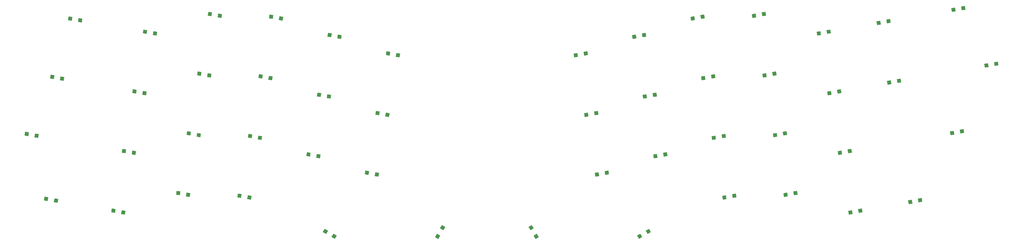
<source format=gbp>
G04 #@! TF.GenerationSoftware,KiCad,Pcbnew,(5.1.4-0-10_14)*
G04 #@! TF.CreationDate,2022-04-14T23:27:19-04:00*
G04 #@! TF.ProjectId,keyboard,6b657962-6f61-4726-942e-6b696361645f,rev?*
G04 #@! TF.SameCoordinates,Original*
G04 #@! TF.FileFunction,Paste,Bot*
G04 #@! TF.FilePolarity,Positive*
%FSLAX46Y46*%
G04 Gerber Fmt 4.6, Leading zero omitted, Abs format (unit mm)*
G04 Created by KiCad (PCBNEW (5.1.4-0-10_14)) date 2022-04-14 23:27:19*
%MOMM*%
%LPD*%
G04 APERTURE LIST*
%ADD10C,1.200000*%
%ADD11C,0.100000*%
G04 APERTURE END LIST*
D10*
X100207346Y-105849918D03*
D11*
G36*
X100902420Y-105363222D02*
G01*
X100694042Y-106544992D01*
X99512272Y-106336614D01*
X99720650Y-105154844D01*
X100902420Y-105363222D01*
X100902420Y-105363222D01*
G37*
D10*
X97105202Y-105302926D03*
D11*
G36*
X97800276Y-104816230D02*
G01*
X97591898Y-105998000D01*
X96410128Y-105789622D01*
X96618506Y-104607852D01*
X97800276Y-104816230D01*
X97800276Y-104816230D01*
G37*
D10*
X241861338Y-74612492D03*
D11*
G36*
X242348034Y-73917418D02*
G01*
X242556412Y-75099188D01*
X241374642Y-75307566D01*
X241166264Y-74125796D01*
X242348034Y-73917418D01*
X242348034Y-73917418D01*
G37*
D10*
X238759194Y-75159484D03*
D11*
G36*
X239245890Y-74464410D02*
G01*
X239454268Y-75646180D01*
X238272498Y-75854558D01*
X238064120Y-74672788D01*
X239245890Y-74464410D01*
X239245890Y-74464410D01*
G37*
D10*
X120530768Y-100294646D03*
D11*
G36*
X121225842Y-99807950D02*
G01*
X121017464Y-100989720D01*
X119835694Y-100781342D01*
X120044072Y-99599572D01*
X121225842Y-99807950D01*
X121225842Y-99807950D01*
G37*
D10*
X117428624Y-99747654D03*
D11*
G36*
X118123698Y-99260958D02*
G01*
X117915320Y-100442728D01*
X116733550Y-100234350D01*
X116941928Y-99052580D01*
X118123698Y-99260958D01*
X118123698Y-99260958D01*
G37*
D10*
X127146763Y-62773471D03*
D11*
G36*
X127841837Y-62286775D02*
G01*
X127633459Y-63468545D01*
X126451689Y-63260167D01*
X126660067Y-62078397D01*
X127841837Y-62286775D01*
X127841837Y-62286775D01*
G37*
D10*
X124044619Y-62226479D03*
D11*
G36*
X124739693Y-61739783D02*
G01*
X124531315Y-62921553D01*
X123349545Y-62713175D01*
X123557923Y-61531405D01*
X124739693Y-61739783D01*
X124739693Y-61739783D01*
G37*
D10*
X158051943Y-106910642D03*
D11*
G36*
X158747017Y-106423946D02*
G01*
X158538639Y-107605716D01*
X157356869Y-107397338D01*
X157565247Y-106215568D01*
X158747017Y-106423946D01*
X158747017Y-106423946D01*
G37*
D10*
X154949799Y-106363650D03*
D11*
G36*
X155644873Y-105876954D02*
G01*
X155436495Y-107058724D01*
X154254725Y-106850346D01*
X154463103Y-105668576D01*
X155644873Y-105876954D01*
X155644873Y-105876954D01*
G37*
D10*
X327956396Y-124063514D03*
D11*
G36*
X328443092Y-123368440D02*
G01*
X328651470Y-124550210D01*
X327469700Y-124758588D01*
X327261322Y-123576818D01*
X328443092Y-123368440D01*
X328443092Y-123368440D01*
G37*
D10*
X324854252Y-124610506D03*
D11*
G36*
X325340948Y-123915432D02*
G01*
X325549326Y-125097202D01*
X324367556Y-125305580D01*
X324159178Y-124123810D01*
X325340948Y-123915432D01*
X325340948Y-123915432D01*
G37*
D10*
X260187806Y-68842475D03*
D11*
G36*
X260674502Y-68147401D02*
G01*
X260882880Y-69329171D01*
X259701110Y-69537549D01*
X259492732Y-68355779D01*
X260674502Y-68147401D01*
X260674502Y-68147401D01*
G37*
D10*
X257085662Y-69389467D03*
D11*
G36*
X257572358Y-68694393D02*
G01*
X257780736Y-69876163D01*
X256598966Y-70084541D01*
X256390588Y-68902771D01*
X257572358Y-68694393D01*
X257572358Y-68694393D01*
G37*
D10*
X83372606Y-64193746D03*
D11*
G36*
X84067680Y-63707050D02*
G01*
X83859302Y-64888820D01*
X82677532Y-64680442D01*
X82885910Y-63498672D01*
X84067680Y-63707050D01*
X84067680Y-63707050D01*
G37*
D10*
X80270462Y-63646754D03*
D11*
G36*
X80965536Y-63160058D02*
G01*
X80757158Y-64341828D01*
X79575388Y-64133450D01*
X79783766Y-62951680D01*
X80965536Y-63160058D01*
X80965536Y-63160058D01*
G37*
D10*
X182994406Y-75159484D03*
D11*
G36*
X183689480Y-74672788D02*
G01*
X183481102Y-75854558D01*
X182299332Y-75646180D01*
X182507710Y-74464410D01*
X183689480Y-74672788D01*
X183689480Y-74672788D01*
G37*
D10*
X179892262Y-74612492D03*
D11*
G36*
X180587336Y-74125796D02*
G01*
X180378958Y-75307566D01*
X179197188Y-75099188D01*
X179405566Y-73917418D01*
X180587336Y-74125796D01*
X180587336Y-74125796D01*
G37*
D10*
X117222770Y-119055234D03*
D11*
G36*
X117917844Y-118568538D02*
G01*
X117709466Y-119750308D01*
X116527696Y-119541930D01*
X116736074Y-118360160D01*
X117917844Y-118568538D01*
X117917844Y-118568538D01*
G37*
D10*
X114120626Y-118508242D03*
D11*
G36*
X114815700Y-118021546D02*
G01*
X114607322Y-119203316D01*
X113425552Y-118994938D01*
X113633930Y-117813168D01*
X114815700Y-118021546D01*
X114815700Y-118021546D01*
G37*
D10*
X336792991Y-64473753D03*
D11*
G36*
X337279687Y-63778679D02*
G01*
X337488065Y-64960449D01*
X336306295Y-65168827D01*
X336097917Y-63987057D01*
X337279687Y-63778679D01*
X337279687Y-63778679D01*
G37*
D10*
X333690847Y-65020745D03*
D11*
G36*
X334177543Y-64325671D02*
G01*
X334385921Y-65507441D01*
X333204151Y-65715819D01*
X332995773Y-64534049D01*
X334177543Y-64325671D01*
X334177543Y-64325671D01*
G37*
D10*
X261498290Y-130558940D03*
D11*
G36*
X261717905Y-129739325D02*
G01*
X262317905Y-130778555D01*
X261278675Y-131378555D01*
X260678675Y-130339325D01*
X261717905Y-129739325D01*
X261717905Y-129739325D01*
G37*
D10*
X258770310Y-132133940D03*
D11*
G36*
X258989925Y-131314325D02*
G01*
X259589925Y-132353555D01*
X258550695Y-132953555D01*
X257950695Y-131914325D01*
X258989925Y-131314325D01*
X258989925Y-131314325D01*
G37*
D10*
X324648398Y-105302926D03*
D11*
G36*
X325135094Y-104607852D02*
G01*
X325343472Y-105789622D01*
X324161702Y-105998000D01*
X323953324Y-104816230D01*
X325135094Y-104607852D01*
X325135094Y-104607852D01*
G37*
D10*
X321546254Y-105849918D03*
D11*
G36*
X322032950Y-105154844D02*
G01*
X322241328Y-106336614D01*
X321059558Y-106544992D01*
X320851180Y-105363222D01*
X322032950Y-105154844D01*
X322032950Y-105154844D01*
G37*
D10*
X69721390Y-100474422D03*
D11*
G36*
X70416464Y-99987726D02*
G01*
X70208086Y-101169496D01*
X69026316Y-100961118D01*
X69234694Y-99779348D01*
X70416464Y-99987726D01*
X70416464Y-99987726D01*
G37*
D10*
X66619246Y-99927430D03*
D11*
G36*
X67314320Y-99440734D02*
G01*
X67105942Y-100622504D01*
X65924172Y-100414126D01*
X66132550Y-99232356D01*
X67314320Y-99440734D01*
X67314320Y-99440734D01*
G37*
D10*
X359824501Y-99100430D03*
D11*
G36*
X360311197Y-98405356D02*
G01*
X360519575Y-99587126D01*
X359337805Y-99795504D01*
X359129427Y-98613734D01*
X360311197Y-98405356D01*
X360311197Y-98405356D01*
G37*
D10*
X356722357Y-99647422D03*
D11*
G36*
X357209053Y-98952348D02*
G01*
X357417431Y-100134118D01*
X356235661Y-100342496D01*
X356027283Y-99160726D01*
X357209053Y-98952348D01*
X357209053Y-98952348D01*
G37*
D10*
X321340401Y-86542339D03*
D11*
G36*
X321827097Y-85847265D02*
G01*
X322035475Y-87029035D01*
X320853705Y-87237413D01*
X320645327Y-86055643D01*
X321827097Y-85847265D01*
X321827097Y-85847265D01*
G37*
D10*
X318238257Y-87089331D03*
D11*
G36*
X318724953Y-86394257D02*
G01*
X318933331Y-87576027D01*
X317751561Y-87784405D01*
X317543183Y-86602635D01*
X318724953Y-86394257D01*
X318724953Y-86394257D01*
G37*
D10*
X123838766Y-81534059D03*
D11*
G36*
X124533840Y-81047363D02*
G01*
X124325462Y-82229133D01*
X123143692Y-82020755D01*
X123352070Y-80838985D01*
X124533840Y-81047363D01*
X124533840Y-81047363D01*
G37*
D10*
X120736622Y-80987067D03*
D11*
G36*
X121431696Y-80500371D02*
G01*
X121223318Y-81682141D01*
X120041548Y-81473763D01*
X120249926Y-80291993D01*
X121431696Y-80500371D01*
X121431696Y-80500371D01*
G37*
D10*
X346716984Y-120755516D03*
D11*
G36*
X347203680Y-120060442D02*
G01*
X347412058Y-121242212D01*
X346230288Y-121450590D01*
X346021910Y-120268820D01*
X347203680Y-120060442D01*
X347203680Y-120060442D01*
G37*
D10*
X343614840Y-121302508D03*
D11*
G36*
X344101536Y-120607434D02*
G01*
X344309914Y-121789204D01*
X343128144Y-121997582D01*
X342919766Y-120815812D01*
X344101536Y-120607434D01*
X344101536Y-120607434D01*
G37*
D10*
X164667938Y-69389467D03*
D11*
G36*
X165363012Y-68902771D02*
G01*
X165154634Y-70084541D01*
X163972864Y-69876163D01*
X164181242Y-68694393D01*
X165363012Y-68902771D01*
X165363012Y-68902771D01*
G37*
D10*
X161565794Y-68842475D03*
D11*
G36*
X162260868Y-68355779D02*
G01*
X162052490Y-69537549D01*
X160870720Y-69329171D01*
X161079098Y-68147401D01*
X162260868Y-68355779D01*
X162260868Y-68355779D01*
G37*
D10*
X340100989Y-83234341D03*
D11*
G36*
X340587685Y-82539267D02*
G01*
X340796063Y-83721037D01*
X339614293Y-83929415D01*
X339405915Y-82747645D01*
X340587685Y-82539267D01*
X340587685Y-82539267D01*
G37*
D10*
X336998845Y-83781333D03*
D11*
G36*
X337485541Y-83086259D02*
G01*
X337693919Y-84268029D01*
X336512149Y-84476407D01*
X336303771Y-83294637D01*
X337485541Y-83086259D01*
X337485541Y-83086259D01*
G37*
D10*
X106823341Y-68328743D03*
D11*
G36*
X107518415Y-67842047D02*
G01*
X107310037Y-69023817D01*
X106128267Y-68815439D01*
X106336645Y-67633669D01*
X107518415Y-67842047D01*
X107518415Y-67842047D01*
G37*
D10*
X103721197Y-67781751D03*
D11*
G36*
X104416271Y-67295055D02*
G01*
X104207893Y-68476825D01*
X103026123Y-68268447D01*
X103234501Y-67086677D01*
X104416271Y-67295055D01*
X104416271Y-67295055D01*
G37*
D10*
X318032403Y-67781751D03*
D11*
G36*
X318519099Y-67086677D02*
G01*
X318727477Y-68268447D01*
X317545707Y-68476825D01*
X317337329Y-67295055D01*
X318519099Y-67086677D01*
X318519099Y-67086677D01*
G37*
D10*
X314930259Y-68328743D03*
D11*
G36*
X315416955Y-67633669D02*
G01*
X315625333Y-68815439D01*
X314443563Y-69023817D01*
X314235185Y-67842047D01*
X315416955Y-67633669D01*
X315416955Y-67633669D01*
G37*
D10*
X297708981Y-62226479D03*
D11*
G36*
X298195677Y-61531405D02*
G01*
X298404055Y-62713175D01*
X297222285Y-62921553D01*
X297013907Y-61739783D01*
X298195677Y-61531405D01*
X298195677Y-61531405D01*
G37*
D10*
X294606837Y-62773471D03*
D11*
G36*
X295093533Y-62078397D02*
G01*
X295301911Y-63260167D01*
X294120141Y-63468545D01*
X293911763Y-62286775D01*
X295093533Y-62078397D01*
X295093533Y-62078397D01*
G37*
D10*
X248477333Y-112133667D03*
D11*
G36*
X248964029Y-111438593D02*
G01*
X249172407Y-112620363D01*
X247990637Y-112828741D01*
X247782259Y-111646971D01*
X248964029Y-111438593D01*
X248964029Y-111438593D01*
G37*
D10*
X245375189Y-112680659D03*
D11*
G36*
X245861885Y-111985585D02*
G01*
X246070263Y-113167355D01*
X244888493Y-113375733D01*
X244680115Y-112193963D01*
X245861885Y-111985585D01*
X245861885Y-111985585D01*
G37*
D10*
X136417477Y-119901213D03*
D11*
G36*
X137112551Y-119414517D02*
G01*
X136904173Y-120596287D01*
X135722403Y-120387909D01*
X135930781Y-119206139D01*
X137112551Y-119414517D01*
X137112551Y-119414517D01*
G37*
D10*
X133315333Y-119354221D03*
D11*
G36*
X134010407Y-118867525D02*
G01*
X133802029Y-120049295D01*
X132620259Y-119840917D01*
X132828637Y-118659147D01*
X134010407Y-118867525D01*
X134010407Y-118867525D01*
G37*
D10*
X266803801Y-106363650D03*
D11*
G36*
X267290497Y-105668576D02*
G01*
X267498875Y-106850346D01*
X266317105Y-107058724D01*
X266108727Y-105876954D01*
X267290497Y-105668576D01*
X267290497Y-105668576D01*
G37*
D10*
X263701657Y-106910642D03*
D11*
G36*
X264188353Y-106215568D02*
G01*
X264396731Y-107397338D01*
X263214961Y-107605716D01*
X263006583Y-106423946D01*
X264188353Y-106215568D01*
X264188353Y-106215568D01*
G37*
D10*
X288438267Y-119354221D03*
D11*
G36*
X288924963Y-118659147D02*
G01*
X289133341Y-119840917D01*
X287951571Y-120049295D01*
X287743193Y-118867525D01*
X288924963Y-118659147D01*
X288924963Y-118659147D01*
G37*
D10*
X285336123Y-119901213D03*
D11*
G36*
X285822819Y-119206139D02*
G01*
X286031197Y-120387909D01*
X284849427Y-120596287D01*
X284641049Y-119414517D01*
X285822819Y-119206139D01*
X285822819Y-119206139D01*
G37*
D10*
X301016979Y-80987067D03*
D11*
G36*
X301503675Y-80291993D02*
G01*
X301712053Y-81473763D01*
X300530283Y-81682141D01*
X300321905Y-80500371D01*
X301503675Y-80291993D01*
X301503675Y-80291993D01*
G37*
D10*
X297914835Y-81534059D03*
D11*
G36*
X298401531Y-80838985D02*
G01*
X298609909Y-82020755D01*
X297428139Y-82229133D01*
X297219761Y-81047363D01*
X298401531Y-80838985D01*
X298401531Y-80838985D01*
G37*
D10*
X281822272Y-81833046D03*
D11*
G36*
X282308968Y-81137972D02*
G01*
X282517346Y-82319742D01*
X281335576Y-82528120D01*
X281127198Y-81346350D01*
X282308968Y-81137972D01*
X282308968Y-81137972D01*
G37*
D10*
X278720128Y-82380038D03*
D11*
G36*
X279206824Y-81684964D02*
G01*
X279415202Y-82866734D01*
X278233432Y-83075112D01*
X278025054Y-81893342D01*
X279206824Y-81684964D01*
X279206824Y-81684964D01*
G37*
D10*
X263495804Y-87603063D03*
D11*
G36*
X263982500Y-86907989D02*
G01*
X264190878Y-88089759D01*
X263009108Y-88298137D01*
X262800730Y-87116367D01*
X263982500Y-86907989D01*
X263982500Y-86907989D01*
G37*
D10*
X260393660Y-88150055D03*
D11*
G36*
X260880356Y-87454981D02*
G01*
X261088734Y-88636751D01*
X259906964Y-88845129D01*
X259698586Y-87663359D01*
X260880356Y-87454981D01*
X260880356Y-87454981D01*
G37*
D10*
X278514274Y-63072458D03*
D11*
G36*
X279000970Y-62377384D02*
G01*
X279209348Y-63559154D01*
X278027578Y-63767532D01*
X277819200Y-62585762D01*
X279000970Y-62377384D01*
X279000970Y-62377384D01*
G37*
D10*
X275412130Y-63619450D03*
D11*
G36*
X275898826Y-62924376D02*
G01*
X276107204Y-64106146D01*
X274925434Y-64314524D01*
X274717056Y-63132754D01*
X275898826Y-62924376D01*
X275898826Y-62924376D01*
G37*
D10*
X245169336Y-93373080D03*
D11*
G36*
X245656032Y-92678006D02*
G01*
X245864410Y-93859776D01*
X244682640Y-94068154D01*
X244474262Y-92886384D01*
X245656032Y-92678006D01*
X245656032Y-92678006D01*
G37*
D10*
X242067192Y-93920072D03*
D11*
G36*
X242553888Y-93224998D02*
G01*
X242762266Y-94406768D01*
X241580496Y-94615146D01*
X241372118Y-93433376D01*
X242553888Y-93224998D01*
X242553888Y-93224998D01*
G37*
D10*
X179686409Y-93920072D03*
D11*
G36*
X180381483Y-93433376D02*
G01*
X180173105Y-94615146D01*
X178991335Y-94406768D01*
X179199713Y-93224998D01*
X180381483Y-93433376D01*
X180381483Y-93433376D01*
G37*
D10*
X176584265Y-93373080D03*
D11*
G36*
X177279339Y-92886384D02*
G01*
X177070961Y-94068154D01*
X175889191Y-93859776D01*
X176097569Y-92678006D01*
X177279339Y-92886384D01*
X177279339Y-92886384D01*
G37*
D10*
X161359941Y-88150055D03*
D11*
G36*
X162055015Y-87663359D02*
G01*
X161846637Y-88845129D01*
X160664867Y-88636751D01*
X160873245Y-87454981D01*
X162055015Y-87663359D01*
X162055015Y-87663359D01*
G37*
D10*
X158257797Y-87603063D03*
D11*
G36*
X158952871Y-87116367D02*
G01*
X158744493Y-88298137D01*
X157562723Y-88089759D01*
X157771101Y-86907989D01*
X158952871Y-87116367D01*
X158952871Y-87116367D01*
G37*
D10*
X370586944Y-77858845D03*
D11*
G36*
X371073640Y-77163771D02*
G01*
X371282018Y-78345541D01*
X370100248Y-78553919D01*
X369891870Y-77372149D01*
X371073640Y-77163771D01*
X371073640Y-77163771D01*
G37*
D10*
X367484800Y-78405837D03*
D11*
G36*
X367971496Y-77710763D02*
G01*
X368179874Y-78892533D01*
X366998104Y-79100911D01*
X366789726Y-77919141D01*
X367971496Y-77710763D01*
X367971496Y-77710763D01*
G37*
D10*
X146341470Y-63619450D03*
D11*
G36*
X147036544Y-63132754D02*
G01*
X146828166Y-64314524D01*
X145646396Y-64106146D01*
X145854774Y-62924376D01*
X147036544Y-63132754D01*
X147036544Y-63132754D01*
G37*
D10*
X143239326Y-63072458D03*
D11*
G36*
X143934400Y-62585762D02*
G01*
X143726022Y-63767532D01*
X142544252Y-63559154D01*
X142752630Y-62377384D01*
X143934400Y-62585762D01*
X143934400Y-62585762D01*
G37*
D10*
X307632974Y-118508242D03*
D11*
G36*
X308119670Y-117813168D02*
G01*
X308328048Y-118994938D01*
X307146278Y-119203316D01*
X306937900Y-118021546D01*
X308119670Y-117813168D01*
X308119670Y-117813168D01*
G37*
D10*
X304530830Y-119055234D03*
D11*
G36*
X305017526Y-118360160D02*
G01*
X305225904Y-119541930D01*
X304044134Y-119750308D01*
X303835756Y-118568538D01*
X305017526Y-118360160D01*
X305017526Y-118360160D01*
G37*
D10*
X304324976Y-99747654D03*
D11*
G36*
X304811672Y-99052580D02*
G01*
X305020050Y-100234350D01*
X303838280Y-100442728D01*
X303629902Y-99260958D01*
X304811672Y-99052580D01*
X304811672Y-99052580D01*
G37*
D10*
X301222832Y-100294646D03*
D11*
G36*
X301709528Y-99599572D02*
G01*
X301917906Y-100781342D01*
X300736136Y-100989720D01*
X300527758Y-99807950D01*
X301709528Y-99599572D01*
X301709528Y-99599572D01*
G37*
D10*
X143033473Y-82380038D03*
D11*
G36*
X143728547Y-81893342D02*
G01*
X143520169Y-83075112D01*
X142338399Y-82866734D01*
X142546777Y-81684964D01*
X143728547Y-81893342D01*
X143728547Y-81893342D01*
G37*
D10*
X139931329Y-81833046D03*
D11*
G36*
X140626403Y-81346350D02*
G01*
X140418025Y-82528120D01*
X139236255Y-82319742D01*
X139444633Y-81137972D01*
X140626403Y-81346350D01*
X140626403Y-81346350D01*
G37*
D10*
X75793687Y-120889009D03*
D11*
G36*
X76488761Y-120402313D02*
G01*
X76280383Y-121584083D01*
X75098613Y-121375705D01*
X75306991Y-120193935D01*
X76488761Y-120402313D01*
X76488761Y-120402313D01*
G37*
D10*
X72691543Y-120342017D03*
D11*
G36*
X73386617Y-119855321D02*
G01*
X73178239Y-121037091D01*
X71996469Y-120828713D01*
X72204847Y-119646943D01*
X73386617Y-119855321D01*
X73386617Y-119855321D01*
G37*
D10*
X197005847Y-129427643D03*
D11*
G36*
X196786232Y-128608028D02*
G01*
X197825462Y-129208028D01*
X197225462Y-130247258D01*
X196186232Y-129647258D01*
X196786232Y-128608028D01*
X196786232Y-128608028D01*
G37*
D10*
X195430847Y-132155623D03*
D11*
G36*
X195211232Y-131336008D02*
G01*
X196250462Y-131936008D01*
X195650462Y-132975238D01*
X194611232Y-132375238D01*
X195211232Y-131336008D01*
X195211232Y-131336008D01*
G37*
D10*
X285130269Y-100593633D03*
D11*
G36*
X285616965Y-99898559D02*
G01*
X285825343Y-101080329D01*
X284643573Y-101288707D01*
X284435195Y-100106937D01*
X285616965Y-99898559D01*
X285616965Y-99898559D01*
G37*
D10*
X282028125Y-101140625D03*
D11*
G36*
X282514821Y-100445551D02*
G01*
X282723199Y-101627321D01*
X281541429Y-101835699D01*
X281333051Y-100653929D01*
X282514821Y-100445551D01*
X282514821Y-100445551D01*
G37*
D10*
X77719535Y-82540834D03*
D11*
G36*
X78414609Y-82054138D02*
G01*
X78206231Y-83235908D01*
X77024461Y-83027530D01*
X77232839Y-81845760D01*
X78414609Y-82054138D01*
X78414609Y-82054138D01*
G37*
D10*
X74617391Y-81993842D03*
D11*
G36*
X75312465Y-81507146D02*
G01*
X75104087Y-82688916D01*
X73922317Y-82480538D01*
X74130695Y-81298768D01*
X75312465Y-81507146D01*
X75312465Y-81507146D01*
G37*
D10*
X139725475Y-101140625D03*
D11*
G36*
X140420549Y-100653929D02*
G01*
X140212171Y-101835699D01*
X139030401Y-101627321D01*
X139238779Y-100445551D01*
X140420549Y-100653929D01*
X140420549Y-100653929D01*
G37*
D10*
X136623331Y-100593633D03*
D11*
G36*
X137318405Y-100106937D02*
G01*
X137110027Y-101288707D01*
X135928257Y-101080329D01*
X136136635Y-99898559D01*
X137318405Y-100106937D01*
X137318405Y-100106937D01*
G37*
D10*
X360243726Y-60338756D03*
D11*
G36*
X360730422Y-59643682D02*
G01*
X360938800Y-60825452D01*
X359757030Y-61033830D01*
X359548652Y-59852060D01*
X360730422Y-59643682D01*
X360730422Y-59643682D01*
G37*
D10*
X357141582Y-60885748D03*
D11*
G36*
X357628278Y-60190674D02*
G01*
X357836656Y-61372444D01*
X356654886Y-61580822D01*
X356446508Y-60399052D01*
X357628278Y-60190674D01*
X357628278Y-60190674D01*
G37*
D10*
X162983290Y-132133940D03*
D11*
G36*
X163802905Y-131914325D02*
G01*
X163202905Y-132953555D01*
X162163675Y-132353555D01*
X162763675Y-131314325D01*
X163802905Y-131914325D01*
X163802905Y-131914325D01*
G37*
D10*
X160255310Y-130558940D03*
D11*
G36*
X161074925Y-130339325D02*
G01*
X160474925Y-131378555D01*
X159435695Y-130778555D01*
X160035695Y-129739325D01*
X161074925Y-130339325D01*
X161074925Y-130339325D01*
G37*
D10*
X176378411Y-112680659D03*
D11*
G36*
X177073485Y-112193963D02*
G01*
X176865107Y-113375733D01*
X175683337Y-113167355D01*
X175891715Y-111985585D01*
X177073485Y-112193963D01*
X177073485Y-112193963D01*
G37*
D10*
X173276267Y-112133667D03*
D11*
G36*
X173971341Y-111646971D02*
G01*
X173762963Y-112828741D01*
X172581193Y-112620363D01*
X172789571Y-111438593D01*
X173971341Y-111646971D01*
X173971341Y-111646971D01*
G37*
D10*
X96899348Y-124610506D03*
D11*
G36*
X97594422Y-124123810D02*
G01*
X97386044Y-125305580D01*
X96204274Y-125097202D01*
X96412652Y-123915432D01*
X97594422Y-124123810D01*
X97594422Y-124123810D01*
G37*
D10*
X93797204Y-124063514D03*
D11*
G36*
X94492278Y-123576818D02*
G01*
X94283900Y-124758588D01*
X93102130Y-124550210D01*
X93310508Y-123368440D01*
X94492278Y-123576818D01*
X94492278Y-123576818D01*
G37*
D10*
X226322753Y-132155623D03*
D11*
G36*
X227142368Y-132375238D02*
G01*
X226103138Y-132975238D01*
X225503138Y-131936008D01*
X226542368Y-131336008D01*
X227142368Y-132375238D01*
X227142368Y-132375238D01*
G37*
D10*
X224747753Y-129427643D03*
D11*
G36*
X225567368Y-129647258D02*
G01*
X224528138Y-130247258D01*
X223928138Y-129208028D01*
X224967368Y-128608028D01*
X225567368Y-129647258D01*
X225567368Y-129647258D01*
G37*
D10*
X103515344Y-87089331D03*
D11*
G36*
X104210418Y-86602635D02*
G01*
X104002040Y-87784405D01*
X102820270Y-87576027D01*
X103028648Y-86394257D01*
X104210418Y-86602635D01*
X104210418Y-86602635D01*
G37*
D10*
X100413200Y-86542339D03*
D11*
G36*
X101108274Y-86055643D02*
G01*
X100899896Y-87237413D01*
X99718126Y-87029035D01*
X99926504Y-85847265D01*
X101108274Y-86055643D01*
X101108274Y-86055643D01*
G37*
M02*

</source>
